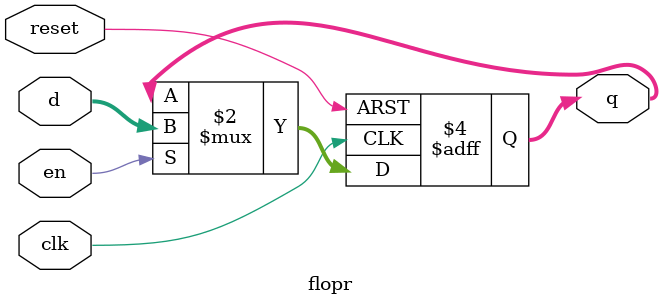
<source format=v>
module flopr (input  clk, reset,en,
               input  [WIDTH-1:0] d, 
               output reg [WIDTH-1:0] q);

  parameter WIDTH = 8;


    always @(posedge clk or posedge reset)
            if (reset) q <= 0;
            else if (en) q <= d;
  
endmodule
</source>
